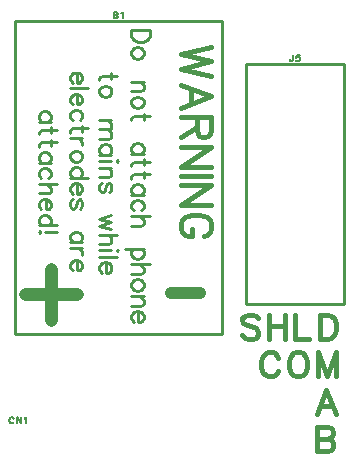
<source format=gto>
G04 DipTrace 2.4.0.2*
%INeeg.frontsilk.gto*%
%MOIN*%
%ADD10C,0.0098*%
%ADD25C,0.0154*%
%ADD58C,0.006*%
%ADD59C,0.0394*%
%ADD60C,0.0437*%
%ADD61C,0.0175*%
%ADD62C,0.0093*%
%FSLAX44Y44*%
G04*
G70*
G90*
G75*
G01*
%LNTopSilk*%
%LPD*%
X5992Y10437D2*
D10*
X12882D1*
Y20870D1*
X5992D1*
Y10437D1*
X16959Y19437D2*
X13691D1*
Y11437D1*
X16959D1*
Y19437D1*
X9286Y21178D2*
D58*
Y20977D1*
X9372D1*
X9401Y20986D1*
X9411Y20996D1*
X9420Y21015D1*
Y21044D1*
X9411Y21063D1*
X9401Y21072D1*
X9372Y21082D1*
X9401Y21092D1*
X9411Y21101D1*
X9420Y21120D1*
Y21139D1*
X9411Y21158D1*
X9401Y21168D1*
X9372Y21178D1*
X9286D1*
Y21082D2*
X9372D1*
X9540Y21139D2*
X9559Y21149D1*
X9588Y21177D1*
Y20977D1*
X5949Y7620D2*
X5940Y7639D1*
X5921Y7658D1*
X5902Y7668D1*
X5863D1*
X5844Y7658D1*
X5825Y7639D1*
X5815Y7620D1*
X5806Y7591D1*
Y7543D1*
X5815Y7515D1*
X5825Y7495D1*
X5844Y7476D1*
X5863Y7467D1*
X5902D1*
X5921Y7476D1*
X5940Y7495D1*
X5949Y7515D1*
X6203Y7668D2*
Y7467D1*
X6069Y7668D1*
Y7467D1*
X6323Y7629D2*
X6343Y7639D1*
X6371Y7667D1*
Y7467D1*
X15246Y19744D2*
Y19591D1*
X15236Y19563D1*
X15226Y19553D1*
X15207Y19544D1*
X15188D1*
X15169Y19553D1*
X15160Y19563D1*
X15150Y19591D1*
Y19610D1*
X15480Y19744D2*
X15385D1*
X15375Y19658D1*
X15385Y19668D1*
X15414Y19677D1*
X15442D1*
X15471Y19668D1*
X15490Y19649D1*
X15500Y19620D1*
Y19601D1*
X15490Y19572D1*
X15471Y19553D1*
X15442Y19544D1*
X15414D1*
X15385Y19553D1*
X15375Y19563D1*
X15366Y19582D1*
X11182Y11815D2*
D59*
X12177D1*
X7189Y12627D2*
D60*
Y10905D1*
X6329Y11765D2*
X8051D1*
X14108Y10977D2*
D61*
X14032Y11054D1*
X13917Y11092D1*
X13764D1*
X13649Y11054D1*
X13572Y10977D1*
Y10901D1*
X13611Y10824D1*
X13649Y10786D1*
X13725Y10748D1*
X13955Y10671D1*
X14032Y10633D1*
X14070Y10594D1*
X14108Y10518D1*
Y10403D1*
X14032Y10327D1*
X13917Y10288D1*
X13764D1*
X13649Y10327D1*
X13572Y10403D1*
X14458Y11092D2*
Y10288D1*
X14994Y11092D2*
Y10288D1*
X14458Y10709D2*
X14994D1*
X15344Y11092D2*
Y10288D1*
X15803D1*
X16153Y11092D2*
Y10288D1*
X16421D1*
X16536Y10327D1*
X16613Y10403D1*
X16651Y10480D1*
X16689Y10594D1*
Y10786D1*
X16651Y10901D1*
X16613Y10977D1*
X16536Y11054D1*
X16421Y11092D1*
X16153D1*
X14771Y9651D2*
X14733Y9727D1*
X14656Y9804D1*
X14580Y9842D1*
X14427D1*
X14350Y9804D1*
X14274Y9727D1*
X14235Y9651D1*
X14197Y9536D1*
Y9344D1*
X14235Y9230D1*
X14274Y9153D1*
X14350Y9077D1*
X14427Y9038D1*
X14580D1*
X14656Y9077D1*
X14733Y9153D1*
X14771Y9230D1*
X15351Y9842D2*
X15274Y9804D1*
X15198Y9727D1*
X15159Y9651D1*
X15121Y9536D1*
Y9344D1*
X15159Y9230D1*
X15198Y9153D1*
X15274Y9077D1*
X15351Y9038D1*
X15504D1*
X15580Y9077D1*
X15657Y9153D1*
X15695Y9230D1*
X15733Y9344D1*
Y9536D1*
X15695Y9651D1*
X15657Y9727D1*
X15580Y9804D1*
X15504Y9842D1*
X15351D1*
X16695Y9038D2*
Y9842D1*
X16389Y9038D1*
X16083Y9842D1*
Y9038D1*
X16685Y7788D2*
X16378Y8592D1*
X16072Y7788D1*
X16187Y8056D2*
X16570D1*
X16072Y7342D2*
Y6538D1*
X16417D1*
X16532Y6577D1*
X16570Y6615D1*
X16608Y6691D1*
Y6806D1*
X16570Y6883D1*
X16532Y6921D1*
X16417Y6959D1*
X16532Y6998D1*
X16570Y7036D1*
X16608Y7112D1*
Y7189D1*
X16570Y7265D1*
X16532Y7304D1*
X16417Y7342D1*
X16072D1*
Y6959D2*
X16417D1*
X12526Y20014D2*
D25*
X11521Y19774D1*
X12526Y19535D1*
X11521Y19296D1*
X12526Y19057D1*
X11521Y17982D2*
X12526Y18365D1*
X11521Y18748D1*
X11856Y18604D2*
Y18126D1*
X12048Y17673D2*
Y17243D1*
X12096Y17099D1*
X12144Y17051D1*
X12239Y17003D1*
X12335D1*
X12430Y17051D1*
X12479Y17099D1*
X12526Y17243D1*
Y17673D1*
X11521D1*
X12048Y17338D2*
X11521Y17003D1*
X12526Y16025D2*
X11521D1*
X12526Y16694D1*
X11521D1*
X12526Y15716D2*
X11521D1*
X12526Y14737D2*
X11521D1*
X12526Y15407D1*
X11521D1*
X12287Y13711D2*
X12382Y13758D1*
X12479Y13855D1*
X12526Y13950D1*
Y14141D1*
X12479Y14237D1*
X12382Y14332D1*
X12287Y14381D1*
X12144Y14428D1*
X11904D1*
X11761Y14381D1*
X11665Y14332D1*
X11570Y14237D1*
X11521Y14141D1*
Y13950D1*
X11570Y13855D1*
X11665Y13758D1*
X11761Y13711D1*
X11904D1*
Y13950D1*
X10481Y20585D2*
D62*
X9878D1*
Y20384D1*
X9907Y20298D1*
X9964Y20240D1*
X10022Y20212D1*
X10108Y20183D1*
X10251D1*
X10338Y20212D1*
X10395Y20240D1*
X10452Y20298D1*
X10481Y20384D1*
Y20585D1*
X10280Y19855D2*
X10251Y19912D1*
X10194Y19970D1*
X10108Y19998D1*
X10051D1*
X9964Y19970D1*
X9907Y19912D1*
X9878Y19855D1*
Y19769D1*
X9907Y19711D1*
X9964Y19654D1*
X10051Y19625D1*
X10108D1*
X10194Y19654D1*
X10251Y19711D1*
X10280Y19769D1*
Y19855D1*
Y18856D2*
X9878D1*
X10165D2*
X10251Y18770D1*
X10280Y18712D1*
Y18627D1*
X10251Y18569D1*
X10165Y18541D1*
X9878D1*
X10280Y18212D2*
X10251Y18269D1*
X10194Y18327D1*
X10108Y18355D1*
X10051D1*
X9964Y18327D1*
X9907Y18269D1*
X9878Y18212D1*
Y18126D1*
X9907Y18068D1*
X9964Y18011D1*
X10051Y17982D1*
X10108D1*
X10194Y18011D1*
X10251Y18068D1*
X10280Y18126D1*
Y18212D1*
X10481Y17710D2*
X9993D1*
X9907Y17682D1*
X9878Y17624D1*
Y17567D1*
X10280Y17797D2*
Y17596D1*
Y16454D2*
X9878D1*
X10194D2*
X10251Y16511D1*
X10280Y16569D1*
Y16655D1*
X10251Y16712D1*
X10194Y16769D1*
X10108Y16799D1*
X10051D1*
X9964Y16769D1*
X9907Y16712D1*
X9878Y16655D1*
Y16569D1*
X9907Y16511D1*
X9964Y16454D1*
X10481Y16183D2*
X9993D1*
X9907Y16154D1*
X9878Y16097D1*
Y16040D1*
X10280Y16269D2*
Y16068D1*
X10481Y15768D2*
X9993D1*
X9907Y15740D1*
X9878Y15682D1*
Y15625D1*
X10280Y15854D2*
Y15653D1*
Y15095D2*
X9878D1*
X10194D2*
X10251Y15153D1*
X10280Y15210D1*
Y15296D1*
X10251Y15353D1*
X10194Y15410D1*
X10108Y15440D1*
X10051D1*
X9964Y15410D1*
X9907Y15353D1*
X9878Y15296D1*
Y15210D1*
X9907Y15153D1*
X9964Y15095D1*
X10194Y14565D2*
X10251Y14623D1*
X10280Y14681D1*
Y14766D1*
X10251Y14824D1*
X10194Y14881D1*
X10108Y14910D1*
X10051D1*
X9964Y14881D1*
X9907Y14824D1*
X9878Y14766D1*
Y14681D1*
X9907Y14623D1*
X9964Y14565D1*
X10481Y14380D2*
X9878D1*
X10165D2*
X10251Y14294D1*
X10280Y14236D1*
Y14150D1*
X10251Y14093D1*
X10165Y14064D1*
X9878D1*
X10280Y13296D2*
X9677D1*
X10194D2*
X10251Y13238D1*
X10280Y13181D1*
Y13095D1*
X10251Y13037D1*
X10194Y12980D1*
X10108Y12951D1*
X10050D1*
X9964Y12980D1*
X9907Y13037D1*
X9878Y13095D1*
Y13181D1*
X9907Y13238D1*
X9964Y13296D1*
X10481Y12766D2*
X9878D1*
X10165D2*
X10251Y12679D1*
X10280Y12622D1*
Y12536D1*
X10251Y12479D1*
X10165Y12450D1*
X9878D1*
X10280Y12121D2*
X10251Y12179D1*
X10194Y12236D1*
X10108Y12265D1*
X10051D1*
X9964Y12236D1*
X9907Y12179D1*
X9878Y12121D1*
Y12035D1*
X9907Y11978D1*
X9964Y11921D1*
X10051Y11891D1*
X10108D1*
X10194Y11921D1*
X10251Y11978D1*
X10280Y12035D1*
Y12121D1*
Y11706D2*
X9878D1*
X10165D2*
X10251Y11620D1*
X10280Y11562D1*
Y11477D1*
X10251Y11419D1*
X10165Y11390D1*
X9878D1*
X10108Y11205D2*
Y10861D1*
X10165D1*
X10223Y10889D1*
X10251Y10918D1*
X10280Y10976D1*
Y11062D1*
X10251Y11119D1*
X10194Y11177D1*
X10108Y11205D1*
X10051D1*
X9964Y11177D1*
X9907Y11119D1*
X9878Y11062D1*
Y10976D1*
X9907Y10918D1*
X9964Y10861D1*
X9411Y19054D2*
X8923D1*
X8837Y19025D1*
X8808Y18968D1*
Y18911D1*
X9210Y19140D2*
Y18939D1*
Y18582D2*
X9181Y18639D1*
X9124Y18697D1*
X9037Y18725D1*
X8980D1*
X8894Y18697D1*
X8837Y18639D1*
X8808Y18582D1*
Y18496D1*
X8837Y18438D1*
X8894Y18381D1*
X8980Y18352D1*
X9037D1*
X9124Y18381D1*
X9181Y18438D1*
X9210Y18496D1*
Y18582D1*
Y17583D2*
X8808D1*
X9095D2*
X9181Y17497D1*
X9210Y17440D1*
Y17354D1*
X9181Y17296D1*
X9095Y17268D1*
X8808D1*
X9095D2*
X9181Y17182D1*
X9210Y17124D1*
Y17038D1*
X9181Y16981D1*
X9095Y16951D1*
X8808D1*
X9210Y16422D2*
X8808D1*
X9124D2*
X9181Y16479D1*
X9210Y16537D1*
Y16622D1*
X9181Y16680D1*
X9124Y16737D1*
X9037Y16766D1*
X8980D1*
X8894Y16737D1*
X8837Y16680D1*
X8808Y16622D1*
Y16537D1*
X8837Y16479D1*
X8894Y16422D1*
X9411Y16237D2*
X9382Y16208D1*
X9411Y16179D1*
X9440Y16208D1*
X9411Y16237D1*
X9210Y16208D2*
X8808D1*
X9210Y15994D2*
X8808D1*
X9095D2*
X9181Y15907D1*
X9210Y15850D1*
Y15764D1*
X9181Y15707D1*
X9095Y15678D1*
X8808D1*
X9124Y15177D2*
X9181Y15206D1*
X9210Y15292D1*
Y15378D1*
X9181Y15464D1*
X9124Y15493D1*
X9067Y15464D1*
X9037Y15407D1*
X9009Y15263D1*
X8980Y15206D1*
X8923Y15177D1*
X8894D1*
X8837Y15206D1*
X8808Y15292D1*
Y15378D1*
X8837Y15464D1*
X8894Y15493D1*
X9210Y14409D2*
X8808Y14294D1*
X9210Y14179D1*
X8808Y14064D1*
X9210Y13950D1*
X9411Y13764D2*
X8808D1*
X9095D2*
X9181Y13678D1*
X9210Y13620D1*
Y13534D1*
X9181Y13477D1*
X9095Y13449D1*
X8808D1*
X9411Y13263D2*
X9382Y13235D1*
X9411Y13206D1*
X9440Y13235D1*
X9411Y13263D1*
X9210Y13235D2*
X8808D1*
X9411Y13020D2*
X8808D1*
X9037Y12835D2*
Y12491D1*
X9095D1*
X9153Y12519D1*
X9181Y12548D1*
X9210Y12606D1*
Y12692D1*
X9181Y12749D1*
X9124Y12807D1*
X9037Y12835D1*
X8980D1*
X8894Y12807D1*
X8837Y12749D1*
X8808Y12692D1*
Y12606D1*
X8837Y12548D1*
X8894Y12491D1*
X8059Y19162D2*
Y18818D1*
X8117D1*
X8175Y18846D1*
X8203Y18875D1*
X8232Y18933D1*
Y19019D1*
X8203Y19076D1*
X8145Y19134D1*
X8059Y19162D1*
X8002D1*
X7916Y19134D1*
X7859Y19076D1*
X7830Y19019D1*
Y18933D1*
X7859Y18875D1*
X7916Y18818D1*
X8433Y18633D2*
X7830D1*
X8059Y18447D2*
Y18103D1*
X8117D1*
X8175Y18132D1*
X8203Y18160D1*
X8232Y18218D1*
Y18304D1*
X8203Y18361D1*
X8145Y18419D1*
X8059Y18447D1*
X8002D1*
X7916Y18419D1*
X7859Y18361D1*
X7830Y18304D1*
Y18218D1*
X7859Y18160D1*
X7916Y18103D1*
X8145Y17573D2*
X8203Y17631D1*
X8232Y17688D1*
Y17774D1*
X8203Y17832D1*
X8145Y17889D1*
X8059Y17918D1*
X8002D1*
X7916Y17889D1*
X7859Y17832D1*
X7830Y17774D1*
Y17688D1*
X7859Y17631D1*
X7916Y17573D1*
X8433Y17301D2*
X7944D1*
X7859Y17273D1*
X7830Y17215D1*
Y17158D1*
X8232Y17388D2*
Y17187D1*
Y16973D2*
X7830D1*
X8059D2*
X8145Y16944D1*
X8203Y16887D1*
X8232Y16829D1*
Y16743D1*
Y16414D2*
X8203Y16471D1*
X8145Y16529D1*
X8059Y16557D1*
X8002D1*
X7916Y16529D1*
X7859Y16471D1*
X7830Y16414D1*
Y16328D1*
X7859Y16270D1*
X7916Y16213D1*
X8002Y16184D1*
X8059D1*
X8145Y16213D1*
X8203Y16270D1*
X8232Y16328D1*
Y16414D1*
X8433Y15655D2*
X7830D1*
X8145D2*
X8203Y15712D1*
X8232Y15769D1*
Y15856D1*
X8203Y15913D1*
X8145Y15970D1*
X8059Y15999D1*
X8002D1*
X7916Y15970D1*
X7859Y15913D1*
X7830Y15856D1*
Y15769D1*
X7859Y15712D1*
X7916Y15655D1*
X8059Y15469D2*
Y15125D1*
X8117D1*
X8175Y15154D1*
X8203Y15182D1*
X8232Y15240D1*
Y15326D1*
X8203Y15383D1*
X8145Y15441D1*
X8059Y15469D1*
X8002D1*
X7916Y15441D1*
X7859Y15383D1*
X7830Y15326D1*
Y15240D1*
X7859Y15182D1*
X7916Y15125D1*
X8145Y14624D2*
X8203Y14653D1*
X8232Y14739D1*
Y14825D1*
X8203Y14911D1*
X8145Y14940D1*
X8088Y14911D1*
X8059Y14854D1*
X8031Y14710D1*
X8002Y14653D1*
X7944Y14624D1*
X7916D1*
X7859Y14653D1*
X7830Y14739D1*
Y14825D1*
X7859Y14911D1*
X7916Y14940D1*
X8232Y13511D2*
X7830D1*
X8145D2*
X8203Y13568D1*
X8232Y13626D1*
Y13712D1*
X8203Y13769D1*
X8145Y13826D1*
X8059Y13856D1*
X8002D1*
X7916Y13826D1*
X7859Y13769D1*
X7830Y13712D1*
Y13626D1*
X7859Y13568D1*
X7916Y13511D1*
X8232Y13326D2*
X7830D1*
X8059D2*
X8145Y13297D1*
X8203Y13240D1*
X8232Y13182D1*
Y13096D1*
X8059Y12911D2*
Y12567D1*
X8117D1*
X8175Y12595D1*
X8203Y12624D1*
X8232Y12681D1*
Y12767D1*
X8203Y12825D1*
X8145Y12882D1*
X8059Y12911D1*
X8002D1*
X7916Y12882D1*
X7859Y12825D1*
X7830Y12767D1*
Y12681D1*
X7859Y12624D1*
X7916Y12567D1*
X7186Y17522D2*
X6784D1*
X7100D2*
X7157Y17579D1*
X7186Y17637D1*
Y17722D1*
X7157Y17780D1*
X7100Y17837D1*
X7013Y17866D1*
X6956D1*
X6870Y17837D1*
X6813Y17780D1*
X6784Y17722D1*
Y17637D1*
X6813Y17579D1*
X6870Y17522D1*
X7387Y17251D2*
X6899D1*
X6813Y17222D1*
X6784Y17164D1*
Y17107D1*
X7186Y17337D2*
Y17136D1*
X7387Y16836D2*
X6899D1*
X6813Y16807D1*
X6784Y16750D1*
Y16693D1*
X7186Y16922D2*
Y16721D1*
Y16163D2*
X6784D1*
X7100D2*
X7157Y16220D1*
X7186Y16278D1*
Y16363D1*
X7157Y16421D1*
X7100Y16478D1*
X7013Y16507D1*
X6956D1*
X6870Y16478D1*
X6813Y16421D1*
X6784Y16363D1*
Y16278D1*
X6813Y16220D1*
X6870Y16163D1*
X7100Y15633D2*
X7157Y15691D1*
X7186Y15748D1*
Y15834D1*
X7157Y15892D1*
X7100Y15949D1*
X7013Y15978D1*
X6956D1*
X6870Y15949D1*
X6813Y15892D1*
X6784Y15834D1*
Y15748D1*
X6813Y15691D1*
X6870Y15633D1*
X7387Y15448D2*
X6784D1*
X7071D2*
X7157Y15361D1*
X7186Y15304D1*
Y15217D1*
X7157Y15160D1*
X7071Y15132D1*
X6784D1*
X7013Y14947D2*
Y14602D1*
X7071D1*
X7129Y14631D1*
X7157Y14659D1*
X7186Y14717D1*
Y14803D1*
X7157Y14860D1*
X7100Y14918D1*
X7013Y14947D1*
X6956D1*
X6870Y14918D1*
X6813Y14860D1*
X6784Y14803D1*
Y14717D1*
X6813Y14659D1*
X6870Y14602D1*
X7387Y14073D2*
X6784D1*
X7100D2*
X7157Y14130D1*
X7186Y14188D1*
Y14274D1*
X7157Y14331D1*
X7100Y14389D1*
X7013Y14417D1*
X6956D1*
X6870Y14389D1*
X6813Y14331D1*
X6784Y14274D1*
Y14188D1*
X6813Y14130D1*
X6870Y14073D1*
X7386Y13858D2*
X6985D1*
X6842D2*
X6813Y13888D1*
X6784Y13858D1*
X6813Y13830D1*
X6842Y13858D1*
M02*

</source>
